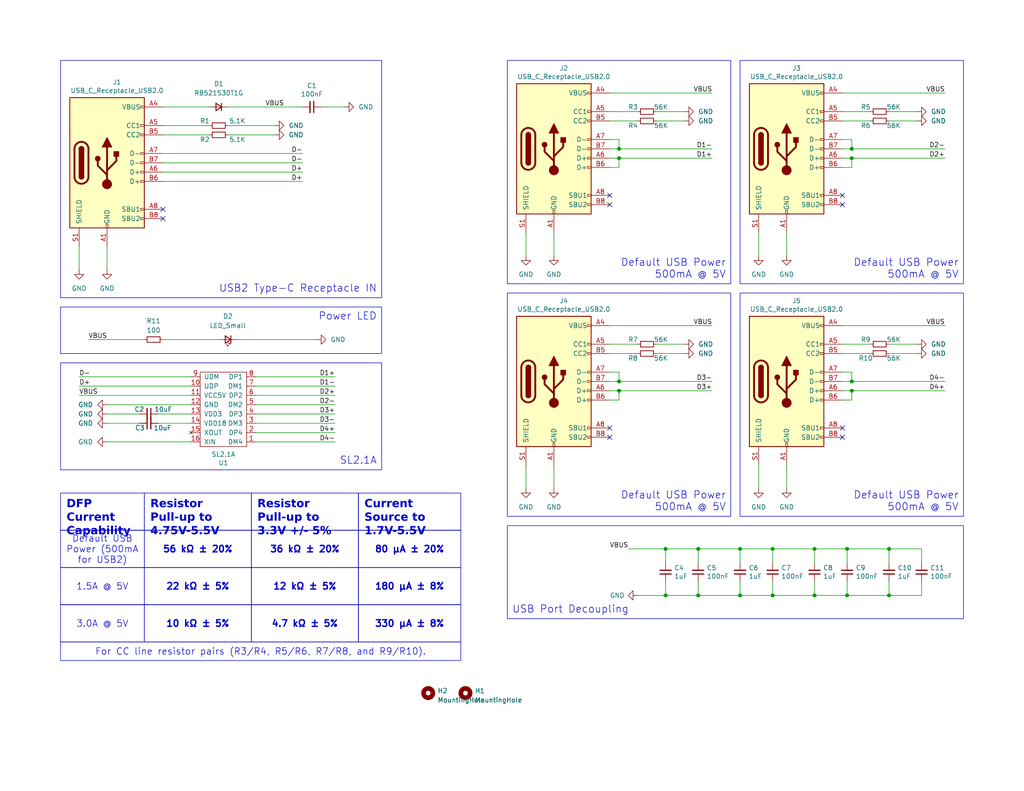
<source format=kicad_sch>
(kicad_sch (version 20230121) (generator eeschema)
  (paper "USLetter")
  (title_block (title "SL2.1A, USB-C 2.0 IN, 4x USB-C 2.0 OUT") (date "2023-11-02") (rev "v1.2") (company "Hugo Hu"))
  (lib_symbols
    (symbol "Connector:USB_C_Receptacle_USB2.0" (pin_names (offset 1.016))
      (property "Reference" "J" (at -10.16 19.05 0))
      (property "Value" "USB_C_Receptacle_USB2.0" (at 19.05 19.05 0))
      (symbol "USB_C_Receptacle_USB2.0_0_0"
        (rectangle (start -0.254 -17.78) (end 0.254 -16.764))
        (rectangle (start 10.16 -14.986) (end 9.144 -15.494))
        (rectangle (start 10.16 -12.446) (end 9.144 -12.954))
        (rectangle (start 10.16 -4.826) (end 9.144 -5.334))
        (rectangle (start 10.16 -2.286) (end 9.144 -2.794))
        (rectangle (start 10.16 0.254) (end 9.144 -0.254))
        (rectangle (start 10.16 2.794) (end 9.144 2.286))
        (rectangle (start 10.16 7.874) (end 9.144 7.366))
        (rectangle (start 10.16 10.414) (end 9.144 9.906))
        (rectangle (start 10.16 15.494) (end 9.144 14.986))
      )
      (symbol "USB_C_Receptacle_USB2.0_0_1"
        (rectangle (start -10.16 17.78) (end 10.16 -17.78) (stroke (width 0.254)) (fill (type background)))
        (arc (start -8.89 -3.81) (mid -6.985 -5.7067) (end -5.08 -3.81) (stroke (width 0.508)))
        (arc (start -7.62 -3.81) (mid -6.985 -4.4423) (end -6.35 -3.81) (stroke (width 0.254)))
        (arc (start -7.62 -3.81) (mid -6.985 -4.4423) (end -6.35 -3.81) (stroke (width 0.254)) (fill (type outline)))
        (rectangle (start -7.62 -3.81) (end -6.35 3.81) (stroke (width 0.254)) (fill (type outline)))
        (arc (start -6.35 3.81) (mid -6.985 4.4423) (end -7.62 3.81) (stroke (width 0.254)))
        (arc (start -6.35 3.81) (mid -6.985 4.4423) (end -7.62 3.81) (stroke (width 0.254)) (fill (type outline)))
        (arc (start -5.08 3.81) (mid -6.985 5.7067) (end -8.89 3.81) (stroke (width 0.508)))
        (circle (center -2.54 1.143) (radius 0.635) (stroke (width 0.254)) (fill (type outline)))
        (circle (center 0 -5.842) (radius 1.27) (fill (type outline)))
        (polyline (pts (xy -8.89 -3.81) (xy -8.89 3.81)) (stroke (width 0.508)))
        (polyline (pts (xy -5.08 3.81) (xy -5.08 -3.81)) (stroke (width 0.508)))
        (polyline (pts (xy 0 -5.842) (xy 0 4.318)) (stroke (width 0.508)))
        (polyline (pts (xy 0 -3.302) (xy -2.54 -0.762) (xy -2.54 0.508)) (stroke (width 0.508)))
        (polyline (pts (xy 0 -2.032) (xy 2.54 0.508) (xy 2.54 1.778)) (stroke (width 0.508)))
        (polyline (pts (xy -1.27 4.318) (xy 0 6.858) (xy 1.27 4.318) (xy -1.27 4.318)) (stroke (width 0.254)) (fill (type outline)))
        (rectangle (start 1.905 1.778) (end 3.175 3.048) (stroke (width 0.254)) (fill (type outline)))
      )
      (symbol "USB_C_Receptacle_USB2.0_1_1"
        (pin passive line (at 0 -22.86 90) (length 5.08) (name "GND") (number "A1"))
        (pin passive line (at 0 -22.86 90) (length 5.08) hide (name "GND") (number "A12"))
        (pin passive line (at 15.24 15.24 180) (length 5.08) (name "VBUS") (number "A4"))
        (pin bidirectional line (at 15.24 10.16 180) (length 5.08) (name "CC1") (number "A5"))
        (pin bidirectional line (at 15.24 -2.54 180) (length 5.08) (name "D+") (number "A6"))
        (pin bidirectional line (at 15.24 2.54 180) (length 5.08) (name "D-") (number "A7"))
        (pin bidirectional line (at 15.24 -12.7 180) (length 5.08) (name "SBU1") (number "A8"))
        (pin passive line (at 15.24 15.24 180) (length 5.08) hide (name "VBUS") (number "A9"))
        (pin passive line (at 0 -22.86 90) (length 5.08) hide (name "GND") (number "B1"))
        (pin passive line (at 0 -22.86 90) (length 5.08) hide (name "GND") (number "B12"))
        (pin passive line (at 15.24 15.24 180) (length 5.08) hide (name "VBUS") (number "B4"))
        (pin bidirectional line (at 15.24 7.62 180) (length 5.08) (name "CC2") (number "B5"))
        (pin bidirectional line (at 15.24 -5.08 180) (length 5.08) (name "D+") (number "B6"))
        (pin bidirectional line (at 15.24 0 180) (length 5.08) (name "D-") (number "B7"))
        (pin bidirectional line (at 15.24 -15.24 180) (length 5.08) (name "SBU2") (number "B8"))
        (pin passive line (at 15.24 15.24 180) (length 5.08) hide (name "VBUS") (number "B9"))
        (pin passive line (at -7.62 -22.86 90) (length 5.08) (name "SHIELD") (number "S1"))
      )
    )
    (symbol "Device:C_Small" (pin_numbers hide) (pin_names (offset 0.254) hide)
      (property "Reference" "C" (at 0.254 1.778 0))
      (property "Value" "C_Small" (at 0.254 -2.032 0))
      (symbol "C_Small_0_1"
        (polyline (pts (xy -1.524 -0.508) (xy 1.524 -0.508)) (stroke (width 0.3302)))
        (polyline (pts (xy -1.524 0.508) (xy 1.524 0.508)) (stroke (width 0.3048)))
      )
      (symbol "C_Small_1_1"
        (pin passive line (at 0 2.54 270) (length 2.032) (name "~") (number "1"))
        (pin passive line (at 0 -2.54 90) (length 2.032) (name "~") (number "2"))
      )
    )
    (symbol "Device:D_Small" (pin_numbers hide) (pin_names (offset 0.254) hide)
      (property "Reference" "D" (at -1.27 2.032 0))
      (property "Value" "D_Small" (at -3.81 -2.032 0))
      (symbol "D_Small_0_1"
        (polyline (pts (xy -0.762 -1.016) (xy -0.762 1.016)) (stroke (width 0.254)))
        (polyline (pts (xy -0.762 0) (xy 0.762 0)))
        (polyline (pts (xy 0.762 -1.016) (xy -0.762 0) (xy 0.762 1.016) (xy 0.762 -1.016)) (stroke (width 0.254)))
      )
      (symbol "D_Small_1_1"
        (pin passive line (at -2.54 0 0) (length 1.778) (name "K") (number "1"))
        (pin passive line (at 2.54 0 180) (length 1.778) (name "A") (number "2"))
      )
    )
    (symbol "Device:LED_Small" (pin_numbers hide) (pin_names (offset 0.254) hide)
      (property "Reference" "D" (at -1.27 3.175 0))
      (property "Value" "LED_Small" (at -4.445 -2.54 0))
      (symbol "LED_Small_0_1"
        (polyline (pts (xy -0.762 -1.016) (xy -0.762 1.016)) (stroke (width 0.254)))
        (polyline (pts (xy 1.016 0) (xy -0.762 0)))
        (polyline (pts (xy 0.762 -1.016) (xy -0.762 0) (xy 0.762 1.016) (xy 0.762 -1.016)) (stroke (width 0.254)))
        (polyline (pts (xy 0 0.762) (xy -0.508 1.27) (xy -0.254 1.27) (xy -0.508 1.27) (xy -0.508 1.016)))
        (polyline (pts (xy 0.508 1.27) (xy 0 1.778) (xy 0.254 1.778) (xy 0 1.778) (xy 0 1.524)))
      )
      (symbol "LED_Small_1_1"
        (pin passive line (at -2.54 0 0) (length 1.778) (name "K") (number "1"))
        (pin passive line (at 2.54 0 180) (length 1.778) (name "A") (number "2"))
      )
    )
    (symbol "Device:R_Small" (pin_numbers hide) (pin_names (offset 0.254) hide)
      (property "Reference" "R" (at 0.762 0.508 0))
      (property "Value" "R_Small" (at 0.762 -1.016 0))
      (symbol "R_Small_0_1"
        (rectangle (start -0.762 1.778) (end 0.762 -1.778) (stroke (width 0.2032)))
      )
      (symbol "R_Small_1_1"
        (pin passive line (at 0 2.54 270) (length 0.762) (name "~") (number "1"))
        (pin passive line (at 0 -2.54 90) (length 0.762) (name "~") (number "2"))
      )
    )
    (symbol "Mechanical:MountingHole" (pin_names (offset 1.016))
      (property "Reference" "H" (at 0 5.08 0))
      (property "Value" "MountingHole" (at 0 3.175 0))
      (symbol "MountingHole_0_1"
        (circle (center 0 0) (radius 1.27) (stroke (width 1.27)))
      )
    )
    (symbol "SL2.1A:SL2.1A" (pin_names (offset 1.016))
      (property "Reference" "U" (at 0 -1.27 0))
      (property "Value" "SL2.1A" (at -5.08 -1.27 0))
      (symbol "SL2.1A_0_1"
        (rectangle (start -5.08 20.32) (end 7.62 0))
      )
      (symbol "SL2.1A_1_1"
        (pin output line (at -7.62 19.05 0) (length 2.54) (name "DM4") (number "1"))
        (pin input line (at 10.16 3.81 180) (length 2.54) (name "UDP") (number "10"))
        (pin power_in line (at 10.16 6.35 180) (length 2.54) (name "VCC5V") (number "11"))
        (pin power_in line (at 10.16 8.89 180) (length 2.54) (name "GND") (number "12"))
        (pin power_out line (at 10.16 11.43 180) (length 2.54) (name "VDD3") (number "13"))
        (pin power_out line (at 10.16 13.97 180) (length 2.54) (name "VDD18") (number "14"))
        (pin no_connect line (at 10.16 16.51 180) (length 2.54) (name "XOUT") (number "15"))
        (pin power_in line (at 10.16 19.05 180) (length 2.54) (name "XIN") (number "16"))
        (pin output line (at -7.62 16.51 0) (length 2.54) (name "DP4") (number "2"))
        (pin output line (at -7.62 13.97 0) (length 2.54) (name "DM3") (number "3"))
        (pin output line (at -7.62 11.43 0) (length 2.54) (name "DP3") (number "4"))
        (pin output line (at -7.62 8.89 0) (length 2.54) (name "DM2") (number "5"))
        (pin output line (at -7.62 6.35 0) (length 2.54) (name "DP2") (number "6"))
        (pin output line (at -7.62 3.81 0) (length 2.54) (name "DM1") (number "7"))
        (pin output line (at -7.62 1.27 0) (length 2.54) (name "DP1") (number "8"))
        (pin input line (at 10.16 1.27 180) (length 2.54) (name "UDM") (number "9"))
      )
    )
    (symbol "power:GND" (power) (pin_names (offset 0))
      (property "Value" "GND" (at 0 -3.81 0))
      (symbol "GND_0_1"
        (polyline (pts (xy 0 0) (xy 0 -1.27) (xy 1.27 -1.27) (xy 0 -2.54) (xy -1.27 -1.27) (xy 0 -1.27)))
      )
      (symbol "GND_1_1"
        (pin power_in line (at 0 0 270) (length 0) hide (name "GND") (number "1"))
      )
    )
  )
  (junction (at 210.82 162.56))
  (junction (at 168.91 43.18))
  (junction (at 242.57 149.86))
  (junction (at 242.57 162.56))
  (junction (at 222.25 149.86))
  (junction (at 231.14 149.86))
  (junction (at 222.25 162.56))
  (junction (at 190.5 149.86))
  (junction (at 201.93 149.86))
  (junction (at 181.61 162.56))
  (junction (at 232.41 43.18))
  (junction (at 232.41 106.68))
  (junction (at 190.5 162.56))
  (junction (at 210.82 149.86))
  (junction (at 168.91 40.64))
  (junction (at 168.91 104.14))
  (junction (at 201.93 162.56))
  (junction (at 232.41 104.14))
  (junction (at 232.41 40.64))
  (junction (at 168.91 106.68))
  (junction (at 231.14 162.56))
  (junction (at 181.61 149.86))
  (no_connect (at 166.37 53.34))
  (no_connect (at 166.37 116.84))
  (no_connect (at 44.45 59.69))
  (no_connect (at 229.87 53.34))
  (no_connect (at 44.45 57.15))
  (no_connect (at 166.37 119.38))
  (no_connect (at 229.87 55.88))
  (no_connect (at 229.87 119.38))
  (no_connect (at 229.87 116.84))
  (no_connect (at 166.37 55.88))
  (wire (pts (xy 232.41 101.6) (xy 232.41 104.14)))
  (wire (pts (xy 222.25 162.56) (xy 222.25 158.75)))
  (wire (pts (xy 229.87 30.48) (xy 237.49 30.48)))
  (wire (pts (xy 166.37 38.1) (xy 168.91 38.1)))
  (wire (pts (xy 229.87 106.68) (xy 232.41 106.68)))
  (wire (pts (xy 166.37 40.64) (xy 168.91 40.64)))
  (wire (pts (xy 179.07 96.52) (xy 186.69 96.52)))
  (wire (pts (xy 232.41 45.72) (xy 232.41 43.18)))
  (wire (pts (xy 168.91 38.1) (xy 168.91 40.64)))
  (wire (pts (xy 232.41 38.1) (xy 232.41 40.64)))
  (wire (pts (xy 232.41 40.64) (xy 257.81 40.64)))
  (wire (pts (xy 168.91 106.68) (xy 194.31 106.68)))
  (wire (pts (xy 173.99 162.56) (xy 181.61 162.56)))
  (wire (pts (xy 166.37 30.48) (xy 173.99 30.48)))
  (wire (pts (xy 242.57 96.52) (xy 250.19 96.52)))
  (wire (pts (xy 91.44 105.41) (xy 69.85 105.41)))
  (wire (pts (xy 231.14 162.56) (xy 222.25 162.56)))
  (wire (pts (xy 229.87 104.14) (xy 232.41 104.14)))
  (wire (pts (xy 232.41 109.22) (xy 232.41 106.68)))
  (wire (pts (xy 229.87 38.1) (xy 232.41 38.1)))
  (wire (pts (xy 43.18 113.03) (xy 52.07 113.03)))
  (wire (pts (xy 190.5 149.86) (xy 201.93 149.86)))
  (wire (pts (xy 29.21 115.57) (xy 38.1 115.57)))
  (wire (pts (xy 21.59 107.95) (xy 52.07 107.95)))
  (wire (pts (xy 21.59 102.87) (xy 52.07 102.87)))
  (wire (pts (xy 166.37 33.02) (xy 173.99 33.02)))
  (wire (pts (xy 222.25 149.86) (xy 231.14 149.86)))
  (wire (pts (xy 171.45 149.86) (xy 181.61 149.86)))
  (wire (pts (xy 64.77 92.71) (xy 86.36 92.71)))
  (wire (pts (xy 242.57 162.56) (xy 231.14 162.56)))
  (wire (pts (xy 91.44 115.57) (xy 69.85 115.57)))
  (wire (pts (xy 166.37 106.68) (xy 168.91 106.68)))
  (wire (pts (xy 214.63 127) (xy 214.63 133.35)))
  (wire (pts (xy 91.44 113.03) (xy 69.85 113.03)))
  (wire (pts (xy 24.13 92.71) (xy 39.37 92.71)))
  (wire (pts (xy 21.59 105.41) (xy 52.07 105.41)))
  (wire (pts (xy 43.18 115.57) (xy 52.07 115.57)))
  (wire (pts (xy 229.87 33.02) (xy 237.49 33.02)))
  (wire (pts (xy 229.87 45.72) (xy 232.41 45.72)))
  (wire (pts (xy 44.45 46.99) (xy 82.55 46.99)))
  (wire (pts (xy 229.87 43.18) (xy 232.41 43.18)))
  (wire (pts (xy 62.23 34.29) (xy 74.93 34.29)))
  (wire (pts (xy 222.25 162.56) (xy 210.82 162.56)))
  (wire (pts (xy 29.21 113.03) (xy 38.1 113.03)))
  (wire (pts (xy 229.87 88.9) (xy 257.81 88.9)))
  (wire (pts (xy 242.57 149.86) (xy 242.57 153.67)))
  (wire (pts (xy 251.46 149.86) (xy 251.46 153.67)))
  (wire (pts (xy 21.59 67.31) (xy 21.59 73.66)))
  (wire (pts (xy 166.37 101.6) (xy 168.91 101.6)))
  (wire (pts (xy 166.37 93.98) (xy 173.99 93.98)))
  (wire (pts (xy 232.41 104.14) (xy 257.81 104.14)))
  (wire (pts (xy 91.44 110.49) (xy 69.85 110.49)))
  (wire (pts (xy 168.91 101.6) (xy 168.91 104.14)))
  (wire (pts (xy 229.87 96.52) (xy 237.49 96.52)))
  (wire (pts (xy 201.93 162.56) (xy 201.93 158.75)))
  (wire (pts (xy 166.37 104.14) (xy 168.91 104.14)))
  (wire (pts (xy 201.93 149.86) (xy 201.93 153.67)))
  (wire (pts (xy 44.45 36.83) (xy 57.15 36.83)))
  (wire (pts (xy 231.14 149.86) (xy 231.14 153.67)))
  (wire (pts (xy 91.44 120.65) (xy 69.85 120.65)))
  (wire (pts (xy 179.07 93.98) (xy 186.69 93.98)))
  (wire (pts (xy 229.87 93.98) (xy 237.49 93.98)))
  (wire (pts (xy 242.57 33.02) (xy 250.19 33.02)))
  (wire (pts (xy 210.82 149.86) (xy 222.25 149.86)))
  (wire (pts (xy 207.01 127) (xy 207.01 133.35)))
  (wire (pts (xy 44.45 92.71) (xy 59.69 92.71)))
  (wire (pts (xy 143.51 63.5) (xy 143.51 69.85)))
  (wire (pts (xy 168.91 43.18) (xy 194.31 43.18)))
  (wire (pts (xy 166.37 109.22) (xy 168.91 109.22)))
  (wire (pts (xy 166.37 88.9) (xy 194.31 88.9)))
  (wire (pts (xy 251.46 162.56) (xy 242.57 162.56)))
  (wire (pts (xy 168.91 40.64) (xy 194.31 40.64)))
  (wire (pts (xy 166.37 25.4) (xy 194.31 25.4)))
  (wire (pts (xy 62.23 29.21) (xy 82.55 29.21)))
  (wire (pts (xy 91.44 107.95) (xy 69.85 107.95)))
  (wire (pts (xy 210.82 149.86) (xy 210.82 153.67)))
  (wire (pts (xy 151.13 63.5) (xy 151.13 69.85)))
  (wire (pts (xy 91.44 102.87) (xy 69.85 102.87)))
  (wire (pts (xy 179.07 30.48) (xy 186.69 30.48)))
  (wire (pts (xy 242.57 93.98) (xy 250.19 93.98)))
  (wire (pts (xy 168.91 109.22) (xy 168.91 106.68)))
  (wire (pts (xy 242.57 162.56) (xy 242.57 158.75)))
  (wire (pts (xy 62.23 36.83) (xy 74.93 36.83)))
  (wire (pts (xy 190.5 162.56) (xy 181.61 162.56)))
  (wire (pts (xy 210.82 162.56) (xy 210.82 158.75)))
  (wire (pts (xy 229.87 109.22) (xy 232.41 109.22)))
  (wire (pts (xy 87.63 29.21) (xy 93.98 29.21)))
  (wire (pts (xy 190.5 162.56) (xy 190.5 158.75)))
  (wire (pts (xy 91.44 118.11) (xy 69.85 118.11)))
  (wire (pts (xy 29.21 110.49) (xy 52.07 110.49)))
  (wire (pts (xy 207.01 63.5) (xy 207.01 69.85)))
  (wire (pts (xy 44.45 44.45) (xy 82.55 44.45)))
  (wire (pts (xy 242.57 30.48) (xy 250.19 30.48)))
  (wire (pts (xy 181.61 149.86) (xy 190.5 149.86)))
  (wire (pts (xy 166.37 96.52) (xy 173.99 96.52)))
  (wire (pts (xy 190.5 149.86) (xy 190.5 153.67)))
  (wire (pts (xy 232.41 106.68) (xy 257.81 106.68)))
  (wire (pts (xy 168.91 45.72) (xy 168.91 43.18)))
  (wire (pts (xy 222.25 149.86) (xy 222.25 153.67)))
  (wire (pts (xy 29.21 67.31) (xy 29.21 73.66)))
  (wire (pts (xy 251.46 162.56) (xy 251.46 158.75)))
  (wire (pts (xy 44.45 41.91) (xy 82.55 41.91)))
  (wire (pts (xy 44.45 29.21) (xy 57.15 29.21)))
  (wire (pts (xy 166.37 43.18) (xy 168.91 43.18)))
  (wire (pts (xy 29.21 120.65) (xy 52.07 120.65)))
  (wire (pts (xy 44.45 34.29) (xy 57.15 34.29)))
  (wire (pts (xy 181.61 149.86) (xy 181.61 153.67)))
  (wire (pts (xy 232.41 43.18) (xy 257.81 43.18)))
  (wire (pts (xy 168.91 104.14) (xy 194.31 104.14)))
  (wire (pts (xy 44.45 49.53) (xy 82.55 49.53)))
  (wire (pts (xy 242.57 149.86) (xy 251.46 149.86)))
  (wire (pts (xy 201.93 162.56) (xy 190.5 162.56)))
  (wire (pts (xy 210.82 162.56) (xy 201.93 162.56)))
  (wire (pts (xy 229.87 25.4) (xy 257.81 25.4)))
  (wire (pts (xy 214.63 63.5) (xy 214.63 69.85)))
  (wire (pts (xy 231.14 162.56) (xy 231.14 158.75)))
  (wire (pts (xy 229.87 40.64) (xy 232.41 40.64)))
  (wire (pts (xy 166.37 45.72) (xy 168.91 45.72)))
  (wire (pts (xy 179.07 33.02) (xy 186.69 33.02)))
  (wire (pts (xy 181.61 162.56) (xy 181.61 158.75)))
  (wire (pts (xy 231.14 149.86) (xy 242.57 149.86)))
  (wire (pts (xy 201.93 149.86) (xy 210.82 149.86)))
  (wire (pts (xy 229.87 101.6) (xy 232.41 101.6)))
  (wire (pts (xy 151.13 127) (xy 151.13 133.35)))
  (wire (pts (xy 143.51 127) (xy 143.51 133.35)))
  (rectangle (start 138.43 143.51) (end 262.89 168.91))
  (rectangle (start 138.43 80.01) (end 199.39 140.97))
  (rectangle (start 16.51 16.51) (end 104.14 81.28))
  (rectangle (start 201.93 80.01) (end 262.89 140.97))
  (rectangle (start 16.51 83.82) (end 104.14 96.52))
  (rectangle (start 16.51 99.06) (end 104.14 128.27))
  (rectangle (start 201.93 16.51) (end 262.89 77.47))
  (rectangle (start 138.43 16.51) (end 199.39 77.47))
  (text_box "Resistor Pull-up to 4.75V-5.5V\n" (at 39.37 134.62 0) (size 29.21 10.16) (effects (font (size 2.2 2.2) (thickness 0.508) bold) (justify left top)))
  (text_box "For CC line resistor pairs (R3/R4, R5/R6, R7/R8, and R9/R10)." (at 16.51 175.26 0) (size 109.22 5.08) (effects (font (size 1.8 1.8))))
  (text_box "22 kΩ ± 5%" (at 39.37 154.94 0) (size 29.21 10.16) (effects (font (size 1.8 1.8) (thickness 0.36) bold)))
  (text_box "12 kΩ ± 5%" (at 68.58 154.94 0) (size 29.21 10.16) (effects (font (size 1.8 1.8) (thickness 0.36) bold)))
  (text_box "330 μA ± 8%" (at 97.79 165.1 0) (size 27.94 10.16) (effects (font (size 1.8 1.8) (thickness 0.36) bold)))
  (text_box "Current Source to 1.7V-5.5V" (at 97.79 134.62 0) (size 27.94 10.16) (effects (font (size 2.2 2.2) (thickness 0.508) bold) (justify left top)))
  (text_box "4.7 kΩ ± 5%" (at 68.58 165.1 0) (size 29.21 10.16) (effects (font (size 1.8 1.8) (thickness 0.36) bold)))
  (text_box "36 kΩ ± 20%\n" (at 68.58 144.78 0) (size 29.21 10.16) (effects (font (size 1.8 1.8) (thickness 0.36) bold)))
  (text_box "DFP Current Capability" (at 16.51 134.62 0) (size 22.86 10.16) (effects (font (size 2.2 2.2) (thickness 0.508) bold) (justify left top)))
  (text_box "56 kΩ ± 20%" (at 39.37 144.78 0) (size 29.21 10.16) (effects (font (size 1.8 1.8) (thickness 0.36) bold)))
  (text_box "80 μA ± 20%" (at 97.79 144.78 0) (size 27.94 10.16) (effects (font (size 1.8 1.8) (thickness 0.36) bold)))
  (text_box "Resistor Pull-up to 3.3V +/- 5%" (at 68.58 134.62 0) (size 29.21 10.16) (effects (font (size 2.2 2.2) (thickness 0.508) bold) (justify left top)))
  (text_box "180 μA ± 8%" (at 97.79 154.94 0) (size 27.94 10.16) (effects (font (size 1.8 1.8) (thickness 0.36) bold)))
  (text_box "1.5A @ 5V" (at 16.51 154.94 0) (size 22.86 10.16) (effects (font (size 1.8 1.8))))
  (text_box "10 kΩ ± 5%" (at 39.37 165.1 0) (size 29.21 10.16) (effects (font (size 1.8 1.8) (thickness 0.36) bold)))
  (text_box "3.0A @ 5V" (at 16.51 165.1 0) (size 22.86 10.16) (effects (font (size 1.8 1.8))))
  (text_box "Default USB Power (500mA for USB2)" (at 16.51 144.78 0) (size 22.86 10.16) (effects (font (size 1.8 1.8))))
  (text "SL2.1A\n" (at 102.87 127 0) (effects (font (size 2 2)) (justify right bottom)))
  (text "Default USB Power\n500mA @ 5V" (at 261.62 139.7 0) (effects (font (size 2 2)) (justify right bottom)))
  (text "Default USB Power\n500mA @ 5V" (at 261.62 76.2 0) (effects (font (size 2 2)) (justify right bottom)))
  (text "USB2 Type-C Receptacle IN" (at 102.87 80.01 0) (effects (font (size 2 2)) (justify right bottom)))
  (text "Default USB Power\n500mA @ 5V" (at 198.12 76.2 0) (effects (font (size 2 2)) (justify right bottom)))
  (text "Default USB Power\n500mA @ 5V" (at 198.12 139.7 0) (effects (font (size 2 2)) (justify right bottom)))
  (text "USB Port Decoupling" (at 139.7 167.64 0) (effects (font (size 2 2)) (justify left bottom)))
  (text "Power LED" (at 102.87 87.63 0) (effects (font (size 2 2)) (justify right bottom)))
  (label "D1-" (at 194.31 40.64 180))
  (label "VBUS" (at 257.81 88.9 180))
  (label "D-" (at 82.55 44.45 180))
  (label "D4-" (at 91.44 120.65 180))
  (label "D3+" (at 91.44 113.03 180))
  (label "D+" (at 82.55 46.99 180))
  (label "D+" (at 21.59 105.41 0))
  (label "D2-" (at 91.44 110.49 180))
  (label "D2+" (at 91.44 107.95 180))
  (label "D1+" (at 194.31 43.18 180))
  (label "VBUS" (at 194.31 88.9 180))
  (label "D-" (at 21.59 102.87 0))
  (label "VBUS" (at 72.39 29.21 0))
  (label "VBUS" (at 194.31 25.4 180))
  (label "D4-" (at 257.81 104.14 180))
  (label "D4+" (at 257.81 106.68 180))
  (label "D3-" (at 91.44 115.57 180))
  (label "D2-" (at 257.81 40.64 180))
  (label "D1-" (at 91.44 105.41 180))
  (label "D2+" (at 257.81 43.18 180))
  (label "D1+" (at 91.44 102.87 180))
  (label "D-" (at 82.55 41.91 180))
  (label "VBUS" (at 171.45 149.86 180))
  (label "D+" (at 82.55 49.53 180))
  (label "D3-" (at 194.31 104.14 180))
  (label "VBUS" (at 24.13 92.71 0))
  (label "D3+" (at 194.31 106.68 180))
  (label "D4+" (at 91.44 118.11 180))
  (label "VBUS" (at 21.59 107.95 0))
  (label "VBUS" (at 257.81 25.4 180))
  (symbol (lib_id "Device:R_Small") (at 240.03 30.48 270) (unit 1)
    (property "Reference" "R5" (at 236.22 29.21 90))
    (property "Value" "56K" (at 243.84 29.21 90))
    (property "Footprint" "Resistor_SMD:R_0805_2012Metric_Pad1.20x1.40mm_HandSolder" (effects hide))
  )
  (symbol (lib_id "power:GND") (at 186.69 96.52 90) (unit 1)
    (property "Reference" "#PWR017" (effects hide))
    (property "Value" "GND" (at 190.5 96.52 90) (effects (justify right)))
  )
  (symbol (lib_id "power:GND") (at 151.13 69.85 0) (unit 1)
    (property "Reference" "#PWR022" (effects hide))
    (property "Value" "GND" (at 151.13 74.93 0))
  )
  (symbol (lib_id "Device:C_Small") (at 210.82 156.21 180) (unit 1)
    (property "Reference" "C7" (at 213.1568 155.0416 0) (effects (justify right)))
    (property "Value" "100nF" (at 213.1568 157.353 0) (effects (justify right)))
    (property "Footprint" "Capacitor_SMD:C_0805_2012Metric_Pad1.18x1.45mm_HandSolder" (effects hide))
  )
  (symbol (lib_id "power:GND") (at 29.21 120.65 270) (unit 1)
    (property "Reference" "#PWR09" (effects hide))
    (property "Value" "GND" (at 25.4 120.65 90) (effects (justify right)))
  )
  (symbol (lib_id "power:GND") (at 186.69 93.98 90) (unit 1)
    (property "Reference" "#PWR016" (effects hide))
    (property "Value" "GND" (at 190.5 93.98 90) (effects (justify right)))
  )
  (symbol (lib_id "power:GND") (at 214.63 133.35 0) (unit 1)
    (property "Reference" "#PWR024" (effects hide))
    (property "Value" "GND" (at 214.63 138.43 0))
  )
  (symbol (lib_id "Connector:USB_C_Receptacle_USB2.0") (at 214.63 40.64 0) (unit 1)
    (property "Reference" "J3" (at 217.3478 18.6182 0))
    (property "Value" "USB_C_Receptacle_USB2.0" (at 217.3478 20.9296 0))
    (property "Footprint" "Connector_USB:USB_C_Receptacle_U261-241N-4BS2SS" (effects hide))
    (property "Datasheet" "https://www.usb.org/sites/default/files/documents/usb_type-c.zip" (effects hide))
  )
  (symbol (lib_id "Connector:USB_C_Receptacle_USB2.0") (at 151.13 40.64 0) (unit 1)
    (property "Reference" "J2" (at 153.8478 18.6182 0))
    (property "Value" "USB_C_Receptacle_USB2.0" (at 153.8478 20.9296 0))
    (property "Footprint" "Connector_USB:USB_C_Receptacle_U261-241N-4BS2SS" (effects hide))
    (property "Datasheet" "https://www.usb.org/sites/default/files/documents/usb_type-c.zip" (effects hide))
  )
  (symbol (lib_id "power:GND") (at 173.99 162.56 270) (unit 1)
    (property "Reference" "#PWR018" (effects hide))
    (property "Value" "GND" (at 166.37 162.56 90) (effects (justify left)))
  )
  (symbol (lib_id "Device:C_Small") (at 222.25 156.21 180) (unit 1)
    (property "Reference" "C8" (at 224.5868 155.0416 0) (effects (justify right)))
    (property "Value" "1uF" (at 224.5868 157.353 0) (effects (justify right)))
    (property "Footprint" "Capacitor_SMD:C_0805_2012Metric_Pad1.18x1.45mm_HandSolder" (effects hide))
  )
  (symbol (lib_id "Device:R_Small") (at 176.53 96.52 90) (unit 1)
    (property "Reference" "R8" (at 172.72 97.79 90))
    (property "Value" "56K" (at 180.34 97.79 90))
    (property "Footprint" "Resistor_SMD:R_0805_2012Metric_Pad1.20x1.40mm_HandSolder" (effects hide))
  )
  (symbol (lib_id "power:GND") (at 207.01 133.35 0) (unit 1)
    (property "Reference" "#PWR023" (effects hide))
    (property "Value" "GND" (at 207.01 138.43 0))
  )
  (symbol (lib_id "Device:R_Small") (at 59.69 34.29 270) (unit 1)
    (property "Reference" "R1" (at 55.88 33.02 90))
    (property "Value" "5.1K" (at 64.77 33.02 90))
    (property "Footprint" "Resistor_SMD:R_0805_2012Metric_Pad1.20x1.40mm_HandSolder" (effects hide))
  )
  (symbol (lib_id "power:GND") (at 29.21 115.57 270) (unit 1)
    (property "Reference" "#PWR07" (effects hide))
    (property "Value" "GND" (at 25.4 115.57 90) (effects (justify right)))
  )
  (symbol (lib_id "power:GND") (at 207.01 69.85 0) (unit 1)
    (property "Reference" "#PWR010" (effects hide))
    (property "Value" "GND" (at 207.01 74.93 0))
  )
  (symbol (lib_id "power:GND") (at 143.51 69.85 0) (unit 1)
    (property "Reference" "#PWR021" (effects hide))
    (property "Value" "GND" (at 143.51 74.93 0))
  )
  (symbol (lib_id "Mechanical:MountingHole") (at 127 189.23 0) (unit 1)
    (property "Reference" "H1" (at 129.54 188.595 0) (effects (justify left)))
    (property "Value" "MountingHole" (at 129.54 191.135 0) (effects (justify left)))
    (property "Footprint" "MountingHole:MountingHole_3.2mm_M3_ISO14580" (effects hide))
  )
  (symbol (lib_id "power:GND") (at 29.21 73.66 0) (unit 1)
    (property "Reference" "#PWR04" (effects hide))
    (property "Value" "GND" (at 29.21 78.74 0))
  )
  (symbol (lib_id "SL2.1A:SL2.1A") (at 62.23 101.6 180) (unit 1)
    (property "Reference" "U1" (at 60.96 126.365 0))
    (property "Value" "SL2.1A" (at 60.96 124.0536 0))
    (property "Footprint" "Package_SO:SOIC-16_4.55x10.3mm_P1.27mm" (effects hide))
  )
  (symbol (lib_id "Device:C_Small") (at 242.57 156.21 180) (unit 1)
    (property "Reference" "C10" (at 244.9068 155.0416 0) (effects (justify right)))
    (property "Value" "1uF" (at 244.9068 157.353 0) (effects (justify right)))
    (property "Footprint" "Capacitor_SMD:C_0805_2012Metric_Pad1.18x1.45mm_HandSolder" (effects hide))
  )
  (symbol (lib_id "power:GND") (at 74.93 36.83 90) (unit 1)
    (property "Reference" "#PWR03" (effects hide))
    (property "Value" "GND" (at 78.74 36.83 90) (effects (justify right)))
  )
  (symbol (lib_id "power:GND") (at 86.36 92.71 90) (unit 1)
    (property "Reference" "#PWR027" (effects hide))
    (property "Value" "GND" (at 90.17 92.71 90) (effects (justify right)))
  )
  (symbol (lib_id "Device:R_Small") (at 176.53 30.48 270) (unit 1)
    (property "Reference" "R3" (at 172.72 29.21 90))
    (property "Value" "56K" (at 180.34 29.21 90))
    (property "Footprint" "Resistor_SMD:R_0805_2012Metric_Pad1.20x1.40mm_HandSolder" (effects hide))
  )
  (symbol (lib_id "Mechanical:MountingHole") (at 116.84 189.23 0) (unit 1)
    (property "Reference" "H2" (at 119.38 188.595 0) (effects (justify left)))
    (property "Value" "MountingHole" (at 119.38 191.135 0) (effects (justify left)))
    (property "Footprint" "MountingHole:MountingHole_3.2mm_M3_ISO14580" (effects hide))
  )
  (symbol (lib_id "power:GND") (at 93.98 29.21 90) (unit 1)
    (property "Reference" "#PWR01" (effects hide))
    (property "Value" "GND" (at 97.79 29.21 90) (effects (justify right)))
  )
  (symbol (lib_id "Device:C_Small") (at 85.09 29.21 270) (unit 1)
    (property "Reference" "C1" (at 85.09 23.3934 90))
    (property "Value" "100nF" (at 85.09 25.7048 90))
    (property "Footprint" "Capacitor_SMD:C_0805_2012Metric_Pad1.18x1.45mm_HandSolder" (effects hide))
  )
  (symbol (lib_id "power:GND") (at 21.59 73.66 0) (unit 1)
    (property "Reference" "#PWR05" (effects hide))
    (property "Value" "GND" (at 21.59 78.74 0))
  )
  (symbol (lib_id "power:GND") (at 214.63 69.85 0) (unit 1)
    (property "Reference" "#PWR011" (effects hide))
    (property "Value" "GND" (at 214.63 74.93 0))
  )
  (symbol (lib_id "Device:R_Small") (at 59.69 36.83 90) (unit 1)
    (property "Reference" "R2" (at 55.88 38.1 90))
    (property "Value" "5.1K" (at 64.77 38.1 90))
    (property "Footprint" "Resistor_SMD:R_0805_2012Metric_Pad1.20x1.40mm_HandSolder" (effects hide))
  )
  (symbol (lib_id "Device:C_Small") (at 181.61 156.21 180) (unit 1)
    (property "Reference" "C4" (at 183.9468 155.0416 0) (effects (justify right)))
    (property "Value" "1uF" (at 183.9468 157.353 0) (effects (justify right)))
    (property "Footprint" "Capacitor_SMD:C_0805_2012Metric_Pad1.18x1.45mm_HandSolder" (effects hide))
  )
  (symbol (lib_id "power:GND") (at 29.21 113.03 270) (unit 1)
    (property "Reference" "#PWR06" (effects hide))
    (property "Value" "GND" (at 25.4 113.03 90) (effects (justify right)))
  )
  (symbol (lib_id "Device:C_Small") (at 251.46 156.21 180) (unit 1)
    (property "Reference" "C11" (at 253.7968 155.0416 0) (effects (justify right)))
    (property "Value" "100nF" (at 253.7968 157.353 0) (effects (justify right)))
    (property "Footprint" "Capacitor_SMD:C_0805_2012Metric_Pad1.18x1.45mm_HandSolder" (effects hide))
  )
  (symbol (lib_id "Device:R_Small") (at 41.91 92.71 270) (unit 1)
    (property "Reference" "R11" (at 41.91 87.63 90))
    (property "Value" "100" (at 41.91 90.17 90))
    (property "Footprint" "Resistor_SMD:R_0805_2012Metric_Pad1.20x1.40mm_HandSolder" (effects hide))
  )
  (symbol (lib_id "power:GND") (at 186.69 30.48 90) (unit 1)
    (property "Reference" "#PWR019" (effects hide))
    (property "Value" "GND" (at 190.5 30.48 90) (effects (justify right)))
  )
  (symbol (lib_id "power:GND") (at 29.21 110.49 270) (unit 1)
    (property "Reference" "#PWR08" (effects hide))
    (property "Value" "GND" (at 25.4 110.49 90) (effects (justify right)))
  )
  (symbol (lib_id "Device:LED_Small") (at 62.23 92.71 180) (unit 1)
    (property "Reference" "D2" (at 62.1665 86.36 0))
    (property "Value" "LED_Small" (at 62.1665 88.9 0))
    (property "Footprint" "LED_SMD:LED_1206_3216Metric_Pad1.42x1.75mm_HandSolder" (effects hide))
  )
  (symbol (lib_id "Device:C_Small") (at 201.93 156.21 180) (unit 1)
    (property "Reference" "C6" (at 204.2668 155.0416 0) (effects (justify right)))
    (property "Value" "1uF" (at 204.2668 157.353 0) (effects (justify right)))
    (property "Footprint" "Capacitor_SMD:C_0805_2012Metric_Pad1.18x1.45mm_HandSolder" (effects hide))
  )
  (symbol (lib_id "power:GND") (at 186.69 33.02 90) (unit 1)
    (property "Reference" "#PWR020" (effects hide))
    (property "Value" "GND" (at 190.5 33.02 90) (effects (justify right)))
  )
  (symbol (lib_id "power:GND") (at 250.19 30.48 90) (unit 1)
    (property "Reference" "#PWR012" (effects hide))
    (property "Value" "GND" (at 254 30.48 90) (effects (justify right)))
  )
  (symbol (lib_id "Device:R_Small") (at 240.03 96.52 90) (unit 1)
    (property "Reference" "R10" (at 236.22 97.79 90))
    (property "Value" "56K" (at 243.84 97.79 90))
    (property "Footprint" "Resistor_SMD:R_0805_2012Metric_Pad1.20x1.40mm_HandSolder" (effects hide))
  )
  (symbol (lib_id "Device:R_Small") (at 240.03 93.98 270) (unit 1)
    (property "Reference" "R9" (at 236.22 92.71 90))
    (property "Value" "56K" (at 243.84 92.71 90))
    (property "Footprint" "Resistor_SMD:R_0805_2012Metric_Pad1.20x1.40mm_HandSolder" (effects hide))
  )
  (symbol (lib_id "Device:R_Small") (at 176.53 93.98 270) (unit 1)
    (property "Reference" "R7" (at 172.72 92.71 90))
    (property "Value" "56K" (at 180.34 92.71 90))
    (property "Footprint" "Resistor_SMD:R_0805_2012Metric_Pad1.20x1.40mm_HandSolder" (effects hide))
  )
  (symbol (lib_id "Device:R_Small") (at 240.03 33.02 90) (unit 1)
    (property "Reference" "R6" (at 236.22 34.29 90))
    (property "Value" "56K" (at 243.84 34.29 90))
    (property "Footprint" "Resistor_SMD:R_0805_2012Metric_Pad1.20x1.40mm_HandSolder" (effects hide))
  )
  (symbol (lib_id "power:GND") (at 143.51 133.35 0) (unit 1)
    (property "Reference" "#PWR014" (effects hide))
    (property "Value" "GND" (at 143.51 138.43 0))
  )
  (symbol (lib_id "Device:C_Small") (at 231.14 156.21 180) (unit 1)
    (property "Reference" "C9" (at 233.4768 155.0416 0) (effects (justify right)))
    (property "Value" "100nF" (at 233.4768 157.353 0) (effects (justify right)))
    (property "Footprint" "Capacitor_SMD:C_0805_2012Metric_Pad1.18x1.45mm_HandSolder" (effects hide))
  )
  (symbol (lib_id "power:GND") (at 74.93 34.29 90) (unit 1)
    (property "Reference" "#PWR02" (effects hide))
    (property "Value" "GND" (at 78.74 34.29 90) (effects (justify right)))
  )
  (symbol (lib_id "Device:C_Small") (at 40.64 115.57 90) (unit 1)
    (property "Reference" "C3" (at 36.83 116.84 90) (effects (justify right)))
    (property "Value" "10uF" (at 41.91 116.84 90) (effects (justify right)))
    (property "Footprint" "Capacitor_SMD:C_0805_2012Metric_Pad1.18x1.45mm_HandSolder" (effects hide))
  )
  (symbol (lib_id "power:GND") (at 250.19 33.02 90) (unit 1)
    (property "Reference" "#PWR013" (effects hide))
    (property "Value" "GND" (at 254 33.02 90) (effects (justify right)))
  )
  (symbol (lib_id "Device:C_Small") (at 40.64 113.03 270) (unit 1)
    (property "Reference" "C2" (at 39.37 111.76 90) (effects (justify right)))
    (property "Value" "10uF" (at 46.99 111.76 90) (effects (justify right)))
    (property "Footprint" "Capacitor_SMD:C_0805_2012Metric_Pad1.18x1.45mm_HandSolder" (effects hide))
  )
  (symbol (lib_id "power:GND") (at 250.19 96.52 90) (unit 1)
    (property "Reference" "#PWR026" (effects hide))
    (property "Value" "GND" (at 254 96.52 90) (effects (justify right)))
  )
  (symbol (lib_id "Device:C_Small") (at 190.5 156.21 180) (unit 1)
    (property "Reference" "C5" (at 192.8368 155.0416 0) (effects (justify right)))
    (property "Value" "100nF" (at 192.8368 157.353 0) (effects (justify right)))
    (property "Footprint" "Capacitor_SMD:C_0805_2012Metric_Pad1.18x1.45mm_HandSolder" (effects hide))
  )
  (symbol (lib_id "Connector:USB_C_Receptacle_USB2.0") (at 151.13 104.14 0) (unit 1)
    (property "Reference" "J4" (at 153.8478 82.1182 0))
    (property "Value" "USB_C_Receptacle_USB2.0" (at 153.8478 84.4296 0))
    (property "Footprint" "Connector_USB:USB_C_Receptacle_U261-241N-4BS2SS" (effects hide))
    (property "Datasheet" "https://www.usb.org/sites/default/files/documents/usb_type-c.zip" (effects hide))
  )
  (symbol (lib_id "Connector:USB_C_Receptacle_USB2.0") (at 29.21 44.45 0) (unit 1)
    (property "Reference" "J1" (at 31.9278 22.4282 0))
    (property "Value" "USB_C_Receptacle_USB2.0" (at 31.9278 24.7396 0))
    (property "Footprint" "Connector_USB:USB_C_Receptacle_HRO_TYPE-C-31-M-12" (effects hide))
    (property "Datasheet" "https://www.usb.org/sites/default/files/documents/usb_type-c.zip" (effects hide))
  )
  (symbol (lib_id "Device:D_Small") (at 59.69 29.21 180) (unit 1)
    (property "Reference" "D1" (at 59.69 22.86 0))
    (property "Value" "RB521S30T1G" (at 59.69 25.4 0))
    (property "Footprint" "Diode_SMD:D_SOD-523" (effects hide))
    (property "Sim.Device" "D" (effects hide))
    (property "Sim.Pins" "1=K 2=A" (effects hide))
  )
  (symbol (lib_id "Device:R_Small") (at 176.53 33.02 90) (unit 1)
    (property "Reference" "R4" (at 172.72 34.29 90))
    (property "Value" "56K" (at 180.34 34.29 90))
    (property "Footprint" "Resistor_SMD:R_0805_2012Metric_Pad1.20x1.40mm_HandSolder" (effects hide))
  )
  (symbol (lib_id "power:GND") (at 151.13 133.35 0) (unit 1)
    (property "Reference" "#PWR015" (effects hide))
    (property "Value" "GND" (at 151.13 138.43 0))
  )
  (symbol (lib_id "Connector:USB_C_Receptacle_USB2.0") (at 214.63 104.14 0) (unit 1)
    (property "Reference" "J5" (at 217.3478 82.1182 0))
    (property "Value" "USB_C_Receptacle_USB2.0" (at 217.3478 84.4296 0))
    (property "Footprint" "Connector_USB:USB_C_Receptacle_U261-241N-4BS2SS" (effects hide))
    (property "Datasheet" "https://www.usb.org/sites/default/files/documents/usb_type-c.zip" (effects hide))
  )
  (symbol (lib_id "power:GND") (at 250.19 93.98 90) (unit 1)
    (property "Reference" "#PWR025" (effects hide))
    (property "Value" "GND" (at 254 93.98 90) (effects (justify right)))
  )
)
</source>
